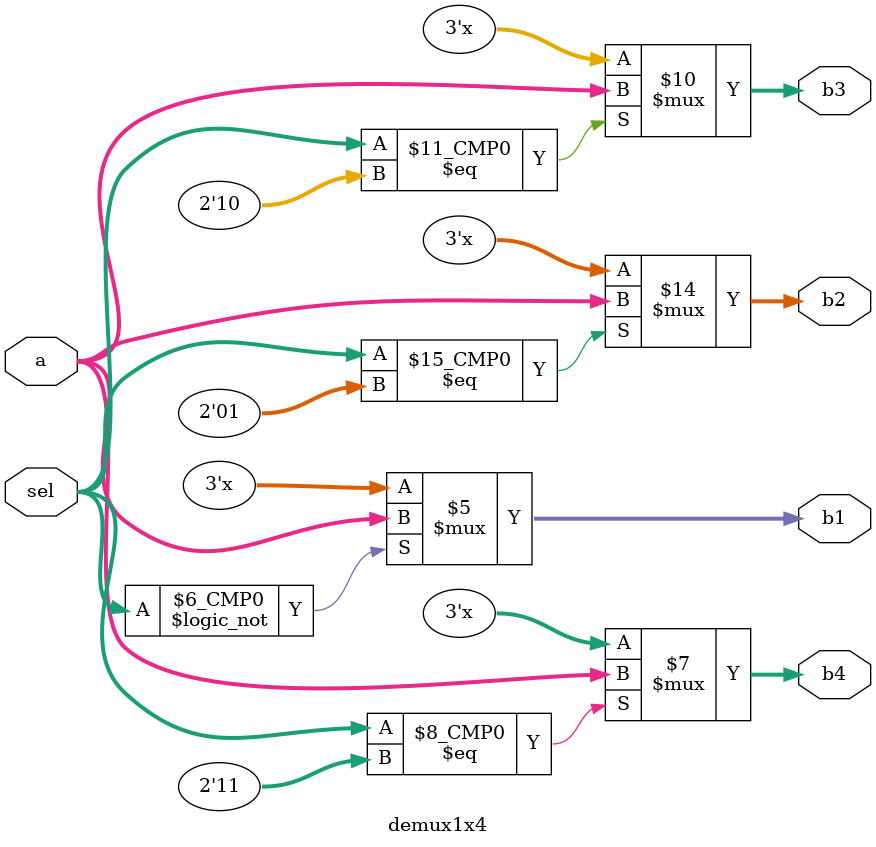
<source format=v>
module demux1x4(

	input [2:0] a,
	input [1:0] sel,
	output reg [2:0] b1,b2,b3,b4
	
);

always@(*)
	begin
		case(sel)
			2'b00 : b1 = a;
			2'b01 : b2 = a;
			2'b10 : b3 = a;
			2'b11 : b4 = a;
			default : b1 = 000;
		endcase
	end
endmodule


</source>
